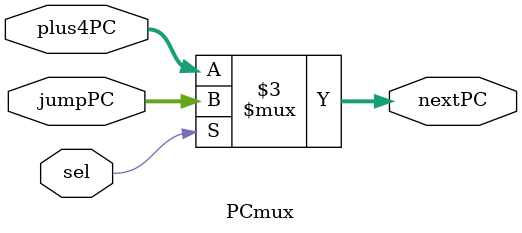
<source format=v>
`timescale 1ns / 1ps
module PCmux(plus4PC,jumpPC,sel,nextPC);
input [7:0]plus4PC,jumpPC;
input sel;
output reg [7:0]nextPC;

always@(*)begin
	if(sel) nextPC=jumpPC;
	else nextPC=plus4PC;
end

endmodule

</source>
